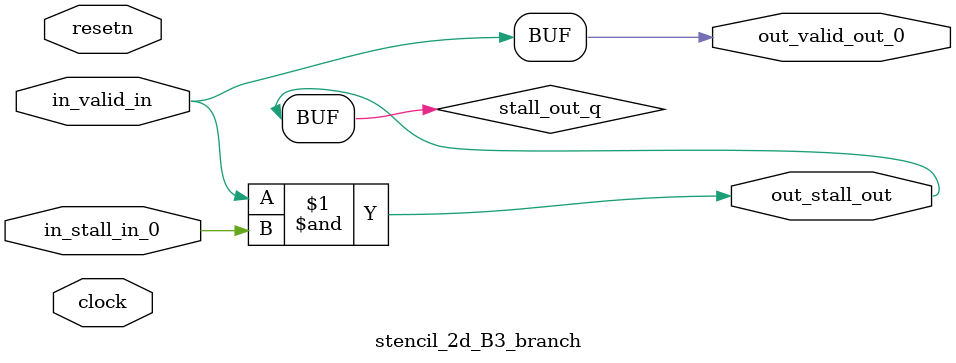
<source format=sv>



(* altera_attribute = "-name AUTO_SHIFT_REGISTER_RECOGNITION OFF; -name MESSAGE_DISABLE 10036; -name MESSAGE_DISABLE 10037; -name MESSAGE_DISABLE 14130; -name MESSAGE_DISABLE 14320; -name MESSAGE_DISABLE 15400; -name MESSAGE_DISABLE 14130; -name MESSAGE_DISABLE 10036; -name MESSAGE_DISABLE 12020; -name MESSAGE_DISABLE 12030; -name MESSAGE_DISABLE 12010; -name MESSAGE_DISABLE 12110; -name MESSAGE_DISABLE 14320; -name MESSAGE_DISABLE 13410; -name MESSAGE_DISABLE 113007; -name MESSAGE_DISABLE 10958" *)
module stencil_2d_B3_branch (
    input wire [0:0] in_stall_in_0,
    input wire [0:0] in_valid_in,
    output wire [0:0] out_stall_out,
    output wire [0:0] out_valid_out_0,
    input wire clock,
    input wire resetn
    );

    wire [0:0] stall_out_q;


    // stall_out(LOGICAL,6)
    assign stall_out_q = in_valid_in & in_stall_in_0;

    // out_stall_out(GPOUT,4)
    assign out_stall_out = stall_out_q;

    // out_valid_out_0(GPOUT,5)
    assign out_valid_out_0 = in_valid_in;

endmodule

</source>
